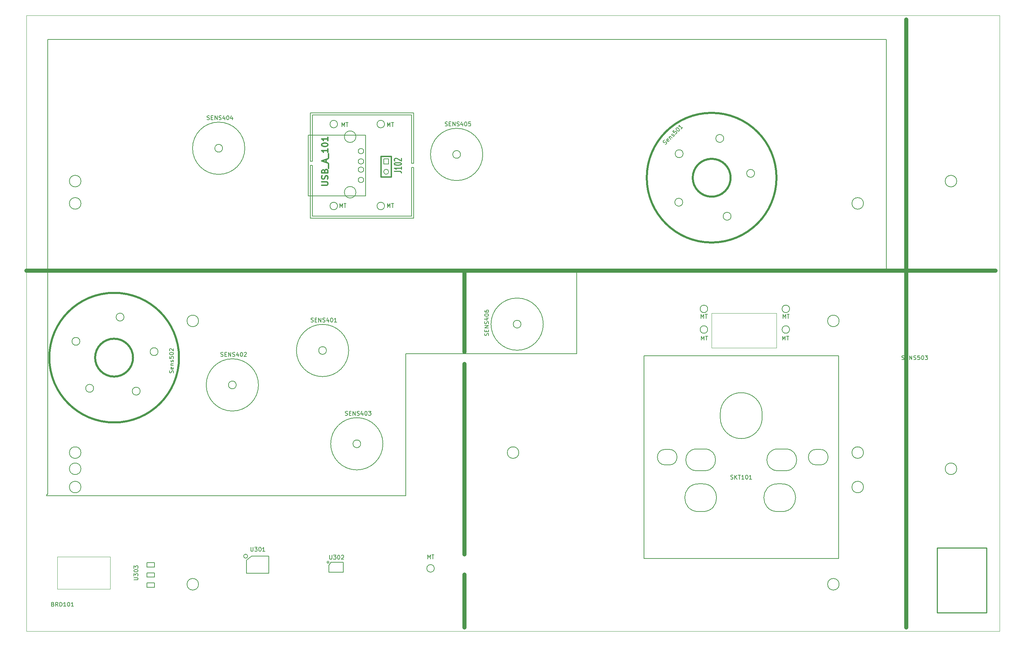
<source format=gto>
G04 (created by PCBNEW (2013-07-07 BZR 4022)-stable) date 26-03-2016 11:34:51*
%MOIN*%
G04 Gerber Fmt 3.4, Leading zero omitted, Abs format*
%FSLAX34Y34*%
G01*
G70*
G90*
G04 APERTURE LIST*
%ADD10C,0.00590551*%
%ADD11C,0.00984252*%
%ADD12C,0.0393701*%
%ADD13C,0.00787402*%
%ADD14C,0.00393701*%
%ADD15C,0.005*%
%ADD16C,0.012*%
%ADD17C,0.019685*%
%ADD18C,0.0107*%
G04 APERTURE END LIST*
G54D10*
G54D11*
X108110Y-78503D02*
X112913Y-78503D01*
X108110Y-84803D02*
X108110Y-78503D01*
X112913Y-84803D02*
X108110Y-84803D01*
X112913Y-78503D02*
X112913Y-84803D01*
G54D12*
X105118Y-51574D02*
X105118Y-27165D01*
X62204Y-84645D02*
X62204Y-86220D01*
X105118Y-51574D02*
X105118Y-86220D01*
X62204Y-51574D02*
X113779Y-51574D01*
X19685Y-51574D02*
X62204Y-51574D01*
X62204Y-59448D02*
X62204Y-51574D01*
X62204Y-79133D02*
X62204Y-60629D01*
G54D13*
X62204Y-79133D02*
X62204Y-60629D01*
G54D12*
X62204Y-84645D02*
X62204Y-81102D01*
G54D13*
X47440Y-36417D02*
X47440Y-40944D01*
X57086Y-36417D02*
X47440Y-36417D01*
X57086Y-41141D02*
X57086Y-36417D01*
X57283Y-41141D02*
X57086Y-41141D01*
X57283Y-36220D02*
X57283Y-41141D01*
X47244Y-36220D02*
X57283Y-36220D01*
X47244Y-40944D02*
X47244Y-36220D01*
X47440Y-40944D02*
X47244Y-40944D01*
X47440Y-46259D02*
X47440Y-41338D01*
X57086Y-46259D02*
X47440Y-46259D01*
X57086Y-41535D02*
X57086Y-46259D01*
X57283Y-41535D02*
X57086Y-41535D01*
X57283Y-46456D02*
X57283Y-41535D01*
X47244Y-46456D02*
X57283Y-46456D01*
X47244Y-41338D02*
X47244Y-46456D01*
X47440Y-41338D02*
X47244Y-41338D01*
G54D14*
X19685Y-26771D02*
X19763Y-26771D01*
X19685Y-86614D02*
X19685Y-26771D01*
X114173Y-86614D02*
X19685Y-86614D01*
X114173Y-26771D02*
X114173Y-86614D01*
X19685Y-26771D02*
X114173Y-26771D01*
X86220Y-55708D02*
X86417Y-55708D01*
X86220Y-59055D02*
X86220Y-55708D01*
X92519Y-59055D02*
X86220Y-59055D01*
X92519Y-55708D02*
X92519Y-59055D01*
X86417Y-55708D02*
X92519Y-55708D01*
X22677Y-79350D02*
X22687Y-79350D01*
X22677Y-82490D02*
X22677Y-79350D01*
X27411Y-82490D02*
X22677Y-82490D01*
X27805Y-82490D02*
X27411Y-82490D01*
X27805Y-79350D02*
X27805Y-82490D01*
X22696Y-79350D02*
X27805Y-79350D01*
G54D13*
X21653Y-73444D02*
X21633Y-73444D01*
X21653Y-73287D02*
X21653Y-73444D01*
X21761Y-73287D02*
X21653Y-73287D01*
X21761Y-29104D02*
X21761Y-73287D01*
X103198Y-29104D02*
X21761Y-29104D01*
X103198Y-51525D02*
X103198Y-29104D01*
X73110Y-51525D02*
X103198Y-51525D01*
X73110Y-59635D02*
X73110Y-51525D01*
X56505Y-59635D02*
X73110Y-59635D01*
X56505Y-73437D02*
X56505Y-59635D01*
X21665Y-73437D02*
X56505Y-73437D01*
G54D15*
X52620Y-44296D02*
X47070Y-44296D01*
X47070Y-38396D02*
X52620Y-38396D01*
X52620Y-44296D02*
X52620Y-38396D01*
X47070Y-44296D02*
X47070Y-38396D01*
G54D13*
X50979Y-59318D02*
G75*
G03X50979Y-59318I-2538J0D01*
G74*
G01*
X42219Y-62665D02*
G75*
G03X42219Y-62665I-2538J0D01*
G74*
G01*
X69873Y-56759D02*
G75*
G03X69873Y-56759I-2538J0D01*
G74*
G01*
X63999Y-40269D02*
G75*
G03X63999Y-40269I-2538J0D01*
G74*
G01*
X40892Y-39669D02*
G75*
G03X40892Y-39669I-2538J0D01*
G74*
G01*
X54306Y-68385D02*
G75*
G03X54306Y-68385I-2538J0D01*
G74*
G01*
G54D16*
X54117Y-40454D02*
X55117Y-40454D01*
X55117Y-40454D02*
X55117Y-42454D01*
X55117Y-42454D02*
X54117Y-42454D01*
X54117Y-42454D02*
X54117Y-40454D01*
G54D17*
X30038Y-60015D02*
G75*
G03X30038Y-60015I-1841J0D01*
G74*
G01*
X34503Y-60015D02*
G75*
G03X34503Y-60015I-6298J0D01*
G74*
G01*
X88067Y-42535D02*
G75*
G03X88067Y-42535I-1841J0D01*
G74*
G01*
X92519Y-42529D02*
G75*
G03X92519Y-42529I-6298J0D01*
G74*
G01*
G54D13*
X41165Y-79303D02*
G75*
G03X41165Y-79303I-196J0D01*
G74*
G01*
X41066Y-79696D02*
X41559Y-79303D01*
X41559Y-79303D02*
X43232Y-79303D01*
X43232Y-79303D02*
X43232Y-80976D01*
X43232Y-80976D02*
X41165Y-80976D01*
X41165Y-80976D02*
X41066Y-80976D01*
X41066Y-80976D02*
X41066Y-79696D01*
X49070Y-79893D02*
G75*
G03X49070Y-79893I-98J0D01*
G74*
G01*
X49070Y-80877D02*
X50448Y-80877D01*
X50448Y-80877D02*
X50448Y-79893D01*
X50448Y-79893D02*
X49267Y-79893D01*
X49267Y-79893D02*
X49070Y-80188D01*
X49070Y-80188D02*
X49070Y-80877D01*
G54D10*
X79645Y-79531D02*
X79645Y-59846D01*
X79645Y-59846D02*
X98543Y-59846D01*
X98543Y-59846D02*
X98543Y-79531D01*
X98543Y-79531D02*
X79645Y-79531D01*
X24982Y-70814D02*
G75*
G03X24982Y-70814I-561J0D01*
G74*
G01*
X24982Y-42858D02*
G75*
G03X24982Y-42858I-561J0D01*
G74*
G01*
X100966Y-69240D02*
G75*
G03X100966Y-69240I-561J0D01*
G74*
G01*
X110021Y-42862D02*
G75*
G03X110021Y-42862I-561J0D01*
G74*
G01*
X110021Y-70814D02*
G75*
G03X110021Y-70814I-561J0D01*
G74*
G01*
X98604Y-82035D02*
G75*
G03X98604Y-82035I-561J0D01*
G74*
G01*
X98604Y-56444D02*
G75*
G03X98604Y-56444I-561J0D01*
G74*
G01*
X100966Y-45027D02*
G75*
G03X100966Y-45027I-561J0D01*
G74*
G01*
X36399Y-56444D02*
G75*
G03X36399Y-56444I-561J0D01*
G74*
G01*
X36399Y-82035D02*
G75*
G03X36399Y-82035I-561J0D01*
G74*
G01*
X67501Y-69240D02*
G75*
G03X67501Y-69240I-561J0D01*
G74*
G01*
X24982Y-45027D02*
G75*
G03X24982Y-45027I-561J0D01*
G74*
G01*
X24982Y-69240D02*
G75*
G03X24982Y-69240I-561J0D01*
G74*
G01*
X24982Y-72586D02*
G75*
G03X24982Y-72586I-561J0D01*
G74*
G01*
X100966Y-72586D02*
G75*
G03X100966Y-72586I-561J0D01*
G74*
G01*
X52436Y-42746D02*
G75*
G03X52436Y-42746I-265J0D01*
G74*
G01*
X52436Y-41746D02*
G75*
G03X52436Y-41746I-265J0D01*
G74*
G01*
X52436Y-40946D02*
G75*
G03X52436Y-40946I-265J0D01*
G74*
G01*
X52436Y-39946D02*
G75*
G03X52436Y-39946I-265J0D01*
G74*
G01*
X51681Y-43946D02*
G75*
G03X51681Y-43946I-560J0D01*
G74*
G01*
X51681Y-38546D02*
G75*
G03X51681Y-38546I-560J0D01*
G74*
G01*
X31375Y-80923D02*
X31375Y-81336D01*
X32104Y-81336D01*
X32104Y-80923D01*
X31375Y-80923D01*
X31375Y-81907D02*
X31375Y-82320D01*
X32104Y-82320D01*
X32104Y-81907D01*
X31375Y-81907D01*
X31375Y-79938D02*
X31375Y-80352D01*
X32104Y-80352D01*
X32104Y-79938D01*
X31375Y-79938D01*
X48816Y-59318D02*
G75*
G03X48816Y-59318I-375J0D01*
G74*
G01*
X40057Y-62665D02*
G75*
G03X40057Y-62665I-375J0D01*
G74*
G01*
X67710Y-56759D02*
G75*
G03X67710Y-56759I-375J0D01*
G74*
G01*
X61836Y-40269D02*
G75*
G03X61836Y-40269I-375J0D01*
G74*
G01*
X38730Y-39669D02*
G75*
G03X38730Y-39669I-375J0D01*
G74*
G01*
X52143Y-68385D02*
G75*
G03X52143Y-68385I-375J0D01*
G74*
G01*
X54371Y-40708D02*
X54371Y-41199D01*
X54862Y-41199D01*
X54862Y-40708D01*
X54371Y-40708D01*
X54862Y-41954D02*
G75*
G03X54862Y-41954I-245J0D01*
G74*
G01*
X32466Y-59433D02*
G75*
G03X32466Y-59433I-383J0D01*
G74*
G01*
X30728Y-63269D02*
G75*
G03X30728Y-63269I-383J0D01*
G74*
G01*
X26208Y-62990D02*
G75*
G03X26208Y-62990I-383J0D01*
G74*
G01*
X24875Y-58429D02*
G75*
G03X24875Y-58429I-383J0D01*
G74*
G01*
X29159Y-56074D02*
G75*
G03X29159Y-56074I-383J0D01*
G74*
G01*
X83450Y-40199D02*
G75*
G03X83450Y-40199I-383J0D01*
G74*
G01*
X87392Y-38715D02*
G75*
G03X87392Y-38715I-383J0D01*
G74*
G01*
X90390Y-42109D02*
G75*
G03X90390Y-42109I-383J0D01*
G74*
G01*
X88107Y-46276D02*
G75*
G03X88107Y-46276I-383J0D01*
G74*
G01*
X83413Y-44912D02*
G75*
G03X83413Y-44912I-383J0D01*
G74*
G01*
X96377Y-70442D02*
X96771Y-70442D01*
X96377Y-68927D02*
X96771Y-68927D01*
X96771Y-70442D02*
G75*
G03X96771Y-68927I0J757D01*
G74*
G01*
X96377Y-68927D02*
G75*
G03X96377Y-70442I0J-757D01*
G74*
G01*
X87057Y-65452D02*
X87057Y-65846D01*
X91131Y-65452D02*
X91131Y-65846D01*
X87057Y-65846D02*
G75*
G03X91131Y-65846I2037J0D01*
G74*
G01*
X91131Y-65452D02*
G75*
G03X87057Y-65452I-2037J0D01*
G74*
G01*
X92637Y-70998D02*
X93425Y-70998D01*
X92637Y-68891D02*
X93425Y-68891D01*
X93425Y-70998D02*
G75*
G03X93425Y-68891I0J1053D01*
G74*
G01*
X92637Y-68891D02*
G75*
G03X92637Y-70998I0J-1053D01*
G74*
G01*
X84763Y-70998D02*
X85551Y-70998D01*
X84763Y-68891D02*
X85551Y-68891D01*
X85551Y-70998D02*
G75*
G03X85551Y-68891I0J1053D01*
G74*
G01*
X84763Y-68891D02*
G75*
G03X84763Y-70998I0J-1053D01*
G74*
G01*
X84960Y-74974D02*
X85354Y-74974D01*
X84960Y-72277D02*
X85354Y-72277D01*
X85354Y-74974D02*
G75*
G03X85354Y-72277I0J1348D01*
G74*
G01*
X84960Y-72277D02*
G75*
G03X84960Y-74974I0J-1348D01*
G74*
G01*
X92637Y-74974D02*
X93031Y-74974D01*
X92637Y-72277D02*
X93031Y-72277D01*
X93031Y-74974D02*
G75*
G03X93031Y-72277I0J1348D01*
G74*
G01*
X92637Y-72277D02*
G75*
G03X92637Y-74974I0J-1348D01*
G74*
G01*
X81712Y-70442D02*
X82106Y-70442D01*
X81712Y-68927D02*
X82106Y-68927D01*
X82106Y-70442D02*
G75*
G03X82106Y-68927I0J757D01*
G74*
G01*
X81712Y-68927D02*
G75*
G03X81712Y-70442I0J-757D01*
G74*
G01*
X59291Y-80492D02*
G75*
G03X59291Y-80492I-364J0D01*
G74*
G01*
X49891Y-37322D02*
G75*
G03X49891Y-37322I-364J0D01*
G74*
G01*
X49891Y-45275D02*
G75*
G03X49891Y-45275I-364J0D01*
G74*
G01*
X54458Y-37322D02*
G75*
G03X54458Y-37322I-364J0D01*
G74*
G01*
X54458Y-45275D02*
G75*
G03X54458Y-45275I-364J0D01*
G74*
G01*
X85836Y-57283D02*
G75*
G03X85836Y-57283I-364J0D01*
G74*
G01*
X93789Y-57283D02*
G75*
G03X93789Y-57283I-364J0D01*
G74*
G01*
X93789Y-55275D02*
G75*
G03X93789Y-55275I-364J0D01*
G74*
G01*
X85836Y-55275D02*
G75*
G03X85836Y-55275I-364J0D01*
G74*
G01*
X22260Y-83968D02*
X22317Y-83987D01*
X22335Y-84006D01*
X22354Y-84043D01*
X22354Y-84100D01*
X22335Y-84137D01*
X22317Y-84156D01*
X22279Y-84175D01*
X22129Y-84175D01*
X22129Y-83781D01*
X22260Y-83781D01*
X22298Y-83800D01*
X22317Y-83818D01*
X22335Y-83856D01*
X22335Y-83893D01*
X22317Y-83931D01*
X22298Y-83950D01*
X22260Y-83968D01*
X22129Y-83968D01*
X22748Y-84175D02*
X22617Y-83987D01*
X22523Y-84175D02*
X22523Y-83781D01*
X22673Y-83781D01*
X22710Y-83800D01*
X22729Y-83818D01*
X22748Y-83856D01*
X22748Y-83912D01*
X22729Y-83950D01*
X22710Y-83968D01*
X22673Y-83987D01*
X22523Y-83987D01*
X22917Y-84175D02*
X22917Y-83781D01*
X23010Y-83781D01*
X23067Y-83800D01*
X23104Y-83837D01*
X23123Y-83875D01*
X23142Y-83950D01*
X23142Y-84006D01*
X23123Y-84081D01*
X23104Y-84118D01*
X23067Y-84156D01*
X23010Y-84175D01*
X22917Y-84175D01*
X23517Y-84175D02*
X23292Y-84175D01*
X23404Y-84175D02*
X23404Y-83781D01*
X23367Y-83837D01*
X23329Y-83875D01*
X23292Y-83893D01*
X23760Y-83781D02*
X23798Y-83781D01*
X23835Y-83800D01*
X23854Y-83818D01*
X23873Y-83856D01*
X23892Y-83931D01*
X23892Y-84025D01*
X23873Y-84100D01*
X23854Y-84137D01*
X23835Y-84156D01*
X23798Y-84175D01*
X23760Y-84175D01*
X23723Y-84156D01*
X23704Y-84137D01*
X23685Y-84100D01*
X23667Y-84025D01*
X23667Y-83931D01*
X23685Y-83856D01*
X23704Y-83818D01*
X23723Y-83800D01*
X23760Y-83781D01*
X24266Y-84175D02*
X24041Y-84175D01*
X24154Y-84175D02*
X24154Y-83781D01*
X24116Y-83837D01*
X24079Y-83875D01*
X24041Y-83893D01*
G54D16*
X48363Y-43273D02*
X48849Y-43273D01*
X48906Y-43244D01*
X48934Y-43216D01*
X48963Y-43159D01*
X48963Y-43044D01*
X48934Y-42987D01*
X48906Y-42959D01*
X48849Y-42930D01*
X48363Y-42930D01*
X48934Y-42673D02*
X48963Y-42587D01*
X48963Y-42444D01*
X48934Y-42387D01*
X48906Y-42359D01*
X48849Y-42330D01*
X48791Y-42330D01*
X48734Y-42359D01*
X48706Y-42387D01*
X48677Y-42444D01*
X48649Y-42559D01*
X48620Y-42616D01*
X48591Y-42644D01*
X48534Y-42673D01*
X48477Y-42673D01*
X48420Y-42644D01*
X48391Y-42616D01*
X48363Y-42559D01*
X48363Y-42416D01*
X48391Y-42330D01*
X48649Y-41873D02*
X48677Y-41787D01*
X48706Y-41759D01*
X48763Y-41730D01*
X48849Y-41730D01*
X48906Y-41759D01*
X48934Y-41787D01*
X48963Y-41844D01*
X48963Y-42073D01*
X48363Y-42073D01*
X48363Y-41873D01*
X48391Y-41816D01*
X48420Y-41787D01*
X48477Y-41759D01*
X48534Y-41759D01*
X48591Y-41787D01*
X48620Y-41816D01*
X48649Y-41873D01*
X48649Y-42073D01*
X49020Y-41616D02*
X49020Y-41159D01*
X48791Y-41044D02*
X48791Y-40759D01*
X48963Y-41102D02*
X48363Y-40902D01*
X48963Y-40702D01*
X49020Y-40644D02*
X49020Y-40187D01*
X48963Y-39730D02*
X48963Y-40073D01*
X48963Y-39902D02*
X48363Y-39902D01*
X48449Y-39959D01*
X48506Y-40016D01*
X48534Y-40073D01*
X48363Y-39359D02*
X48363Y-39302D01*
X48391Y-39244D01*
X48420Y-39216D01*
X48477Y-39187D01*
X48591Y-39159D01*
X48734Y-39159D01*
X48849Y-39187D01*
X48906Y-39216D01*
X48934Y-39244D01*
X48963Y-39302D01*
X48963Y-39359D01*
X48934Y-39416D01*
X48906Y-39444D01*
X48849Y-39473D01*
X48734Y-39502D01*
X48591Y-39502D01*
X48477Y-39473D01*
X48420Y-39444D01*
X48391Y-39416D01*
X48363Y-39359D01*
X48963Y-38587D02*
X48963Y-38930D01*
X48963Y-38759D02*
X48363Y-38759D01*
X48449Y-38816D01*
X48506Y-38873D01*
X48534Y-38930D01*
G54D10*
X30127Y-81607D02*
X30446Y-81607D01*
X30484Y-81589D01*
X30502Y-81570D01*
X30521Y-81532D01*
X30521Y-81458D01*
X30502Y-81420D01*
X30484Y-81401D01*
X30446Y-81383D01*
X30127Y-81383D01*
X30127Y-81233D02*
X30127Y-80989D01*
X30277Y-81120D01*
X30277Y-81064D01*
X30296Y-81026D01*
X30315Y-81008D01*
X30352Y-80989D01*
X30446Y-80989D01*
X30484Y-81008D01*
X30502Y-81026D01*
X30521Y-81064D01*
X30521Y-81176D01*
X30502Y-81214D01*
X30484Y-81233D01*
X30127Y-80745D02*
X30127Y-80708D01*
X30146Y-80670D01*
X30165Y-80651D01*
X30202Y-80633D01*
X30277Y-80614D01*
X30371Y-80614D01*
X30446Y-80633D01*
X30484Y-80651D01*
X30502Y-80670D01*
X30521Y-80708D01*
X30521Y-80745D01*
X30502Y-80783D01*
X30484Y-80801D01*
X30446Y-80820D01*
X30371Y-80839D01*
X30277Y-80839D01*
X30202Y-80820D01*
X30165Y-80801D01*
X30146Y-80783D01*
X30127Y-80745D01*
X30127Y-80483D02*
X30127Y-80239D01*
X30277Y-80370D01*
X30277Y-80314D01*
X30296Y-80276D01*
X30315Y-80258D01*
X30352Y-80239D01*
X30446Y-80239D01*
X30484Y-80258D01*
X30502Y-80276D01*
X30521Y-80314D01*
X30521Y-80426D01*
X30502Y-80464D01*
X30484Y-80483D01*
X47320Y-56530D02*
X47376Y-56549D01*
X47470Y-56549D01*
X47507Y-56530D01*
X47526Y-56511D01*
X47545Y-56474D01*
X47545Y-56436D01*
X47526Y-56399D01*
X47507Y-56380D01*
X47470Y-56361D01*
X47395Y-56342D01*
X47357Y-56324D01*
X47338Y-56305D01*
X47320Y-56267D01*
X47320Y-56230D01*
X47338Y-56192D01*
X47357Y-56174D01*
X47395Y-56155D01*
X47488Y-56155D01*
X47545Y-56174D01*
X47713Y-56342D02*
X47845Y-56342D01*
X47901Y-56549D02*
X47713Y-56549D01*
X47713Y-56155D01*
X47901Y-56155D01*
X48070Y-56549D02*
X48070Y-56155D01*
X48295Y-56549D01*
X48295Y-56155D01*
X48463Y-56530D02*
X48520Y-56549D01*
X48613Y-56549D01*
X48651Y-56530D01*
X48670Y-56511D01*
X48688Y-56474D01*
X48688Y-56436D01*
X48670Y-56399D01*
X48651Y-56380D01*
X48613Y-56361D01*
X48538Y-56342D01*
X48501Y-56324D01*
X48482Y-56305D01*
X48463Y-56267D01*
X48463Y-56230D01*
X48482Y-56192D01*
X48501Y-56174D01*
X48538Y-56155D01*
X48632Y-56155D01*
X48688Y-56174D01*
X49026Y-56286D02*
X49026Y-56549D01*
X48932Y-56136D02*
X48838Y-56417D01*
X49082Y-56417D01*
X49307Y-56155D02*
X49344Y-56155D01*
X49382Y-56174D01*
X49401Y-56192D01*
X49419Y-56230D01*
X49438Y-56305D01*
X49438Y-56399D01*
X49419Y-56474D01*
X49401Y-56511D01*
X49382Y-56530D01*
X49344Y-56549D01*
X49307Y-56549D01*
X49269Y-56530D01*
X49251Y-56511D01*
X49232Y-56474D01*
X49213Y-56399D01*
X49213Y-56305D01*
X49232Y-56230D01*
X49251Y-56192D01*
X49269Y-56174D01*
X49307Y-56155D01*
X49813Y-56549D02*
X49588Y-56549D01*
X49701Y-56549D02*
X49701Y-56155D01*
X49663Y-56211D01*
X49626Y-56249D01*
X49588Y-56267D01*
X38560Y-59876D02*
X38616Y-59895D01*
X38710Y-59895D01*
X38747Y-59876D01*
X38766Y-59858D01*
X38785Y-59820D01*
X38785Y-59783D01*
X38766Y-59745D01*
X38747Y-59726D01*
X38710Y-59708D01*
X38635Y-59689D01*
X38597Y-59670D01*
X38579Y-59651D01*
X38560Y-59614D01*
X38560Y-59576D01*
X38579Y-59539D01*
X38597Y-59520D01*
X38635Y-59501D01*
X38729Y-59501D01*
X38785Y-59520D01*
X38954Y-59689D02*
X39085Y-59689D01*
X39141Y-59895D02*
X38954Y-59895D01*
X38954Y-59501D01*
X39141Y-59501D01*
X39310Y-59895D02*
X39310Y-59501D01*
X39535Y-59895D01*
X39535Y-59501D01*
X39703Y-59876D02*
X39760Y-59895D01*
X39853Y-59895D01*
X39891Y-59876D01*
X39910Y-59858D01*
X39928Y-59820D01*
X39928Y-59783D01*
X39910Y-59745D01*
X39891Y-59726D01*
X39853Y-59708D01*
X39778Y-59689D01*
X39741Y-59670D01*
X39722Y-59651D01*
X39703Y-59614D01*
X39703Y-59576D01*
X39722Y-59539D01*
X39741Y-59520D01*
X39778Y-59501D01*
X39872Y-59501D01*
X39928Y-59520D01*
X40266Y-59633D02*
X40266Y-59895D01*
X40172Y-59483D02*
X40078Y-59764D01*
X40322Y-59764D01*
X40547Y-59501D02*
X40585Y-59501D01*
X40622Y-59520D01*
X40641Y-59539D01*
X40660Y-59576D01*
X40678Y-59651D01*
X40678Y-59745D01*
X40660Y-59820D01*
X40641Y-59858D01*
X40622Y-59876D01*
X40585Y-59895D01*
X40547Y-59895D01*
X40510Y-59876D01*
X40491Y-59858D01*
X40472Y-59820D01*
X40453Y-59745D01*
X40453Y-59651D01*
X40472Y-59576D01*
X40491Y-59539D01*
X40510Y-59520D01*
X40547Y-59501D01*
X40828Y-59539D02*
X40847Y-59520D01*
X40885Y-59501D01*
X40978Y-59501D01*
X41016Y-59520D01*
X41035Y-59539D01*
X41053Y-59576D01*
X41053Y-59614D01*
X41035Y-59670D01*
X40810Y-59895D01*
X41053Y-59895D01*
X64546Y-57880D02*
X64564Y-57824D01*
X64564Y-57730D01*
X64546Y-57693D01*
X64527Y-57674D01*
X64489Y-57655D01*
X64452Y-57655D01*
X64414Y-57674D01*
X64396Y-57693D01*
X64377Y-57730D01*
X64358Y-57805D01*
X64339Y-57843D01*
X64321Y-57861D01*
X64283Y-57880D01*
X64246Y-57880D01*
X64208Y-57861D01*
X64189Y-57843D01*
X64171Y-57805D01*
X64171Y-57711D01*
X64189Y-57655D01*
X64358Y-57486D02*
X64358Y-57355D01*
X64564Y-57299D02*
X64564Y-57486D01*
X64171Y-57486D01*
X64171Y-57299D01*
X64564Y-57130D02*
X64171Y-57130D01*
X64564Y-56905D01*
X64171Y-56905D01*
X64546Y-56736D02*
X64564Y-56680D01*
X64564Y-56586D01*
X64546Y-56549D01*
X64527Y-56530D01*
X64489Y-56511D01*
X64452Y-56511D01*
X64414Y-56530D01*
X64396Y-56549D01*
X64377Y-56586D01*
X64358Y-56661D01*
X64339Y-56699D01*
X64321Y-56718D01*
X64283Y-56736D01*
X64246Y-56736D01*
X64208Y-56718D01*
X64189Y-56699D01*
X64171Y-56661D01*
X64171Y-56568D01*
X64189Y-56511D01*
X64302Y-56174D02*
X64564Y-56174D01*
X64152Y-56268D02*
X64433Y-56362D01*
X64433Y-56118D01*
X64171Y-55893D02*
X64171Y-55855D01*
X64189Y-55818D01*
X64208Y-55799D01*
X64246Y-55780D01*
X64321Y-55762D01*
X64414Y-55762D01*
X64489Y-55780D01*
X64527Y-55799D01*
X64546Y-55818D01*
X64564Y-55855D01*
X64564Y-55893D01*
X64546Y-55930D01*
X64527Y-55949D01*
X64489Y-55968D01*
X64414Y-55987D01*
X64321Y-55987D01*
X64246Y-55968D01*
X64208Y-55949D01*
X64189Y-55930D01*
X64171Y-55893D01*
X64171Y-55424D02*
X64171Y-55499D01*
X64189Y-55537D01*
X64208Y-55555D01*
X64264Y-55593D01*
X64339Y-55612D01*
X64489Y-55612D01*
X64527Y-55593D01*
X64546Y-55574D01*
X64564Y-55537D01*
X64564Y-55462D01*
X64546Y-55424D01*
X64527Y-55405D01*
X64489Y-55387D01*
X64396Y-55387D01*
X64358Y-55405D01*
X64339Y-55424D01*
X64321Y-55462D01*
X64321Y-55537D01*
X64339Y-55574D01*
X64358Y-55593D01*
X64396Y-55612D01*
X60339Y-37481D02*
X60396Y-37499D01*
X60489Y-37499D01*
X60527Y-37481D01*
X60546Y-37462D01*
X60564Y-37424D01*
X60564Y-37387D01*
X60546Y-37349D01*
X60527Y-37331D01*
X60489Y-37312D01*
X60414Y-37293D01*
X60377Y-37274D01*
X60358Y-37256D01*
X60339Y-37218D01*
X60339Y-37181D01*
X60358Y-37143D01*
X60377Y-37124D01*
X60414Y-37106D01*
X60508Y-37106D01*
X60564Y-37124D01*
X60733Y-37293D02*
X60864Y-37293D01*
X60921Y-37499D02*
X60733Y-37499D01*
X60733Y-37106D01*
X60921Y-37106D01*
X61089Y-37499D02*
X61089Y-37106D01*
X61314Y-37499D01*
X61314Y-37106D01*
X61483Y-37481D02*
X61539Y-37499D01*
X61633Y-37499D01*
X61670Y-37481D01*
X61689Y-37462D01*
X61708Y-37424D01*
X61708Y-37387D01*
X61689Y-37349D01*
X61670Y-37331D01*
X61633Y-37312D01*
X61558Y-37293D01*
X61520Y-37274D01*
X61502Y-37256D01*
X61483Y-37218D01*
X61483Y-37181D01*
X61502Y-37143D01*
X61520Y-37124D01*
X61558Y-37106D01*
X61652Y-37106D01*
X61708Y-37124D01*
X62045Y-37237D02*
X62045Y-37499D01*
X61952Y-37087D02*
X61858Y-37368D01*
X62102Y-37368D01*
X62327Y-37106D02*
X62364Y-37106D01*
X62402Y-37124D01*
X62420Y-37143D01*
X62439Y-37181D01*
X62458Y-37256D01*
X62458Y-37349D01*
X62439Y-37424D01*
X62420Y-37462D01*
X62402Y-37481D01*
X62364Y-37499D01*
X62327Y-37499D01*
X62289Y-37481D01*
X62270Y-37462D01*
X62252Y-37424D01*
X62233Y-37349D01*
X62233Y-37256D01*
X62252Y-37181D01*
X62270Y-37143D01*
X62289Y-37124D01*
X62327Y-37106D01*
X62814Y-37106D02*
X62627Y-37106D01*
X62608Y-37293D01*
X62627Y-37274D01*
X62664Y-37256D01*
X62758Y-37256D01*
X62795Y-37274D01*
X62814Y-37293D01*
X62833Y-37331D01*
X62833Y-37424D01*
X62814Y-37462D01*
X62795Y-37481D01*
X62758Y-37499D01*
X62664Y-37499D01*
X62627Y-37481D01*
X62608Y-37462D01*
X37233Y-36880D02*
X37289Y-36899D01*
X37383Y-36899D01*
X37421Y-36880D01*
X37439Y-36862D01*
X37458Y-36824D01*
X37458Y-36787D01*
X37439Y-36749D01*
X37421Y-36730D01*
X37383Y-36712D01*
X37308Y-36693D01*
X37271Y-36674D01*
X37252Y-36655D01*
X37233Y-36618D01*
X37233Y-36580D01*
X37252Y-36543D01*
X37271Y-36524D01*
X37308Y-36505D01*
X37402Y-36505D01*
X37458Y-36524D01*
X37627Y-36693D02*
X37758Y-36693D01*
X37814Y-36899D02*
X37627Y-36899D01*
X37627Y-36505D01*
X37814Y-36505D01*
X37983Y-36899D02*
X37983Y-36505D01*
X38208Y-36899D01*
X38208Y-36505D01*
X38377Y-36880D02*
X38433Y-36899D01*
X38527Y-36899D01*
X38564Y-36880D01*
X38583Y-36862D01*
X38602Y-36824D01*
X38602Y-36787D01*
X38583Y-36749D01*
X38564Y-36730D01*
X38527Y-36712D01*
X38452Y-36693D01*
X38414Y-36674D01*
X38395Y-36655D01*
X38377Y-36618D01*
X38377Y-36580D01*
X38395Y-36543D01*
X38414Y-36524D01*
X38452Y-36505D01*
X38545Y-36505D01*
X38602Y-36524D01*
X38939Y-36637D02*
X38939Y-36899D01*
X38845Y-36487D02*
X38752Y-36768D01*
X38995Y-36768D01*
X39220Y-36505D02*
X39258Y-36505D01*
X39295Y-36524D01*
X39314Y-36543D01*
X39333Y-36580D01*
X39352Y-36655D01*
X39352Y-36749D01*
X39333Y-36824D01*
X39314Y-36862D01*
X39295Y-36880D01*
X39258Y-36899D01*
X39220Y-36899D01*
X39183Y-36880D01*
X39164Y-36862D01*
X39145Y-36824D01*
X39127Y-36749D01*
X39127Y-36655D01*
X39145Y-36580D01*
X39164Y-36543D01*
X39183Y-36524D01*
X39220Y-36505D01*
X39689Y-36637D02*
X39689Y-36899D01*
X39595Y-36487D02*
X39502Y-36768D01*
X39745Y-36768D01*
X50646Y-65597D02*
X50703Y-65616D01*
X50796Y-65616D01*
X50834Y-65597D01*
X50853Y-65578D01*
X50871Y-65541D01*
X50871Y-65503D01*
X50853Y-65466D01*
X50834Y-65447D01*
X50796Y-65428D01*
X50721Y-65409D01*
X50684Y-65391D01*
X50665Y-65372D01*
X50646Y-65334D01*
X50646Y-65297D01*
X50665Y-65259D01*
X50684Y-65241D01*
X50721Y-65222D01*
X50815Y-65222D01*
X50871Y-65241D01*
X51040Y-65409D02*
X51171Y-65409D01*
X51228Y-65616D02*
X51040Y-65616D01*
X51040Y-65222D01*
X51228Y-65222D01*
X51396Y-65616D02*
X51396Y-65222D01*
X51621Y-65616D01*
X51621Y-65222D01*
X51790Y-65597D02*
X51846Y-65616D01*
X51940Y-65616D01*
X51978Y-65597D01*
X51996Y-65578D01*
X52015Y-65541D01*
X52015Y-65503D01*
X51996Y-65466D01*
X51978Y-65447D01*
X51940Y-65428D01*
X51865Y-65409D01*
X51828Y-65391D01*
X51809Y-65372D01*
X51790Y-65334D01*
X51790Y-65297D01*
X51809Y-65259D01*
X51828Y-65241D01*
X51865Y-65222D01*
X51959Y-65222D01*
X52015Y-65241D01*
X52353Y-65353D02*
X52353Y-65616D01*
X52259Y-65203D02*
X52165Y-65484D01*
X52409Y-65484D01*
X52634Y-65222D02*
X52671Y-65222D01*
X52709Y-65241D01*
X52727Y-65259D01*
X52746Y-65297D01*
X52765Y-65372D01*
X52765Y-65466D01*
X52746Y-65541D01*
X52727Y-65578D01*
X52709Y-65597D01*
X52671Y-65616D01*
X52634Y-65616D01*
X52596Y-65597D01*
X52577Y-65578D01*
X52559Y-65541D01*
X52540Y-65466D01*
X52540Y-65372D01*
X52559Y-65297D01*
X52577Y-65259D01*
X52596Y-65241D01*
X52634Y-65222D01*
X52896Y-65222D02*
X53140Y-65222D01*
X53009Y-65372D01*
X53065Y-65372D01*
X53102Y-65391D01*
X53121Y-65409D01*
X53140Y-65447D01*
X53140Y-65541D01*
X53121Y-65578D01*
X53102Y-65597D01*
X53065Y-65616D01*
X52952Y-65616D01*
X52915Y-65597D01*
X52896Y-65578D01*
G54D18*
X55401Y-41888D02*
X55888Y-41888D01*
X55985Y-41909D01*
X56050Y-41950D01*
X56082Y-42011D01*
X56082Y-42051D01*
X56082Y-41460D02*
X56082Y-41705D01*
X56082Y-41583D02*
X55401Y-41583D01*
X55499Y-41623D01*
X55563Y-41664D01*
X55596Y-41705D01*
X55401Y-41195D02*
X55401Y-41155D01*
X55434Y-41114D01*
X55466Y-41094D01*
X55531Y-41073D01*
X55661Y-41053D01*
X55823Y-41053D01*
X55953Y-41073D01*
X56017Y-41094D01*
X56050Y-41114D01*
X56082Y-41155D01*
X56082Y-41195D01*
X56050Y-41236D01*
X56017Y-41257D01*
X55953Y-41277D01*
X55823Y-41297D01*
X55661Y-41297D01*
X55531Y-41277D01*
X55466Y-41257D01*
X55434Y-41236D01*
X55401Y-41195D01*
X55466Y-40890D02*
X55434Y-40869D01*
X55401Y-40829D01*
X55401Y-40727D01*
X55434Y-40686D01*
X55466Y-40666D01*
X55531Y-40645D01*
X55596Y-40645D01*
X55693Y-40666D01*
X56082Y-40910D01*
X56082Y-40645D01*
G54D16*
G54D10*
X33951Y-61496D02*
X33970Y-61439D01*
X33970Y-61346D01*
X33951Y-61308D01*
X33932Y-61289D01*
X33895Y-61271D01*
X33857Y-61271D01*
X33820Y-61289D01*
X33801Y-61308D01*
X33782Y-61346D01*
X33764Y-61421D01*
X33745Y-61458D01*
X33726Y-61477D01*
X33689Y-61496D01*
X33651Y-61496D01*
X33614Y-61477D01*
X33595Y-61458D01*
X33576Y-61421D01*
X33576Y-61327D01*
X33595Y-61271D01*
X33951Y-60952D02*
X33970Y-60989D01*
X33970Y-61064D01*
X33951Y-61102D01*
X33914Y-61121D01*
X33764Y-61121D01*
X33726Y-61102D01*
X33707Y-61064D01*
X33707Y-60989D01*
X33726Y-60952D01*
X33764Y-60933D01*
X33801Y-60933D01*
X33839Y-61121D01*
X33707Y-60764D02*
X33970Y-60764D01*
X33745Y-60764D02*
X33726Y-60746D01*
X33707Y-60708D01*
X33707Y-60652D01*
X33726Y-60614D01*
X33764Y-60596D01*
X33970Y-60596D01*
X33951Y-60427D02*
X33970Y-60389D01*
X33970Y-60314D01*
X33951Y-60277D01*
X33914Y-60258D01*
X33895Y-60258D01*
X33857Y-60277D01*
X33839Y-60314D01*
X33839Y-60371D01*
X33820Y-60408D01*
X33782Y-60427D01*
X33764Y-60427D01*
X33726Y-60408D01*
X33707Y-60371D01*
X33707Y-60314D01*
X33726Y-60277D01*
X33576Y-59902D02*
X33576Y-60089D01*
X33764Y-60108D01*
X33745Y-60089D01*
X33726Y-60052D01*
X33726Y-59958D01*
X33745Y-59921D01*
X33764Y-59902D01*
X33801Y-59883D01*
X33895Y-59883D01*
X33932Y-59902D01*
X33951Y-59921D01*
X33970Y-59958D01*
X33970Y-60052D01*
X33951Y-60089D01*
X33932Y-60108D01*
X33576Y-59640D02*
X33576Y-59602D01*
X33595Y-59565D01*
X33614Y-59546D01*
X33651Y-59527D01*
X33726Y-59508D01*
X33820Y-59508D01*
X33895Y-59527D01*
X33932Y-59546D01*
X33951Y-59565D01*
X33970Y-59602D01*
X33970Y-59640D01*
X33951Y-59677D01*
X33932Y-59696D01*
X33895Y-59715D01*
X33820Y-59733D01*
X33726Y-59733D01*
X33651Y-59715D01*
X33614Y-59696D01*
X33595Y-59677D01*
X33576Y-59640D01*
X33614Y-59358D02*
X33595Y-59340D01*
X33576Y-59302D01*
X33576Y-59208D01*
X33595Y-59171D01*
X33614Y-59152D01*
X33651Y-59133D01*
X33689Y-59133D01*
X33745Y-59152D01*
X33970Y-59377D01*
X33970Y-59133D01*
X81732Y-39288D02*
X81785Y-39261D01*
X81851Y-39195D01*
X81864Y-39155D01*
X81864Y-39129D01*
X81851Y-39089D01*
X81824Y-39062D01*
X81785Y-39049D01*
X81758Y-39049D01*
X81718Y-39062D01*
X81652Y-39102D01*
X81612Y-39115D01*
X81586Y-39115D01*
X81546Y-39102D01*
X81519Y-39076D01*
X81506Y-39036D01*
X81506Y-39009D01*
X81519Y-38970D01*
X81586Y-38903D01*
X81639Y-38877D01*
X82116Y-38903D02*
X82103Y-38943D01*
X82050Y-38996D01*
X82010Y-39009D01*
X81970Y-38996D01*
X81864Y-38890D01*
X81851Y-38850D01*
X81864Y-38811D01*
X81917Y-38758D01*
X81957Y-38744D01*
X81997Y-38758D01*
X82023Y-38784D01*
X81917Y-38943D01*
X82076Y-38598D02*
X82262Y-38784D01*
X82103Y-38625D02*
X82103Y-38598D01*
X82116Y-38559D01*
X82156Y-38519D01*
X82196Y-38506D01*
X82235Y-38519D01*
X82381Y-38665D01*
X82487Y-38532D02*
X82527Y-38519D01*
X82580Y-38466D01*
X82593Y-38426D01*
X82580Y-38386D01*
X82567Y-38373D01*
X82527Y-38360D01*
X82487Y-38373D01*
X82447Y-38413D01*
X82408Y-38426D01*
X82368Y-38413D01*
X82355Y-38400D01*
X82341Y-38360D01*
X82355Y-38320D01*
X82394Y-38280D01*
X82434Y-38267D01*
X82593Y-37896D02*
X82461Y-38028D01*
X82580Y-38174D01*
X82580Y-38148D01*
X82593Y-38108D01*
X82660Y-38042D01*
X82699Y-38028D01*
X82726Y-38028D01*
X82766Y-38042D01*
X82832Y-38108D01*
X82845Y-38148D01*
X82845Y-38174D01*
X82832Y-38214D01*
X82766Y-38280D01*
X82726Y-38294D01*
X82699Y-38294D01*
X82779Y-37710D02*
X82805Y-37684D01*
X82845Y-37670D01*
X82872Y-37670D01*
X82911Y-37684D01*
X82978Y-37724D01*
X83044Y-37790D01*
X83084Y-37856D01*
X83097Y-37896D01*
X83097Y-37922D01*
X83084Y-37962D01*
X83057Y-37989D01*
X83017Y-38002D01*
X82991Y-38002D01*
X82951Y-37989D01*
X82885Y-37949D01*
X82819Y-37883D01*
X82779Y-37816D01*
X82766Y-37777D01*
X82766Y-37750D01*
X82779Y-37710D01*
X83415Y-37631D02*
X83256Y-37790D01*
X83336Y-37710D02*
X83057Y-37432D01*
X83070Y-37498D01*
X83070Y-37551D01*
X83057Y-37591D01*
X104694Y-60191D02*
X104750Y-60210D01*
X104844Y-60210D01*
X104881Y-60191D01*
X104900Y-60173D01*
X104919Y-60135D01*
X104919Y-60098D01*
X104900Y-60060D01*
X104881Y-60041D01*
X104844Y-60023D01*
X104769Y-60004D01*
X104731Y-59985D01*
X104712Y-59966D01*
X104694Y-59929D01*
X104694Y-59891D01*
X104712Y-59854D01*
X104731Y-59835D01*
X104769Y-59816D01*
X104862Y-59816D01*
X104919Y-59835D01*
X105087Y-60004D02*
X105219Y-60004D01*
X105275Y-60210D02*
X105087Y-60210D01*
X105087Y-59816D01*
X105275Y-59816D01*
X105444Y-60210D02*
X105444Y-59816D01*
X105669Y-60210D01*
X105669Y-59816D01*
X105837Y-60191D02*
X105894Y-60210D01*
X105987Y-60210D01*
X106025Y-60191D01*
X106044Y-60173D01*
X106062Y-60135D01*
X106062Y-60098D01*
X106044Y-60060D01*
X106025Y-60041D01*
X105987Y-60023D01*
X105912Y-60004D01*
X105875Y-59985D01*
X105856Y-59966D01*
X105837Y-59929D01*
X105837Y-59891D01*
X105856Y-59854D01*
X105875Y-59835D01*
X105912Y-59816D01*
X106006Y-59816D01*
X106062Y-59835D01*
X106419Y-59816D02*
X106231Y-59816D01*
X106212Y-60004D01*
X106231Y-59985D01*
X106269Y-59966D01*
X106362Y-59966D01*
X106400Y-59985D01*
X106419Y-60004D01*
X106437Y-60041D01*
X106437Y-60135D01*
X106419Y-60173D01*
X106400Y-60191D01*
X106362Y-60210D01*
X106269Y-60210D01*
X106231Y-60191D01*
X106212Y-60173D01*
X106681Y-59816D02*
X106718Y-59816D01*
X106756Y-59835D01*
X106775Y-59854D01*
X106793Y-59891D01*
X106812Y-59966D01*
X106812Y-60060D01*
X106793Y-60135D01*
X106775Y-60173D01*
X106756Y-60191D01*
X106718Y-60210D01*
X106681Y-60210D01*
X106643Y-60191D01*
X106625Y-60173D01*
X106606Y-60135D01*
X106587Y-60060D01*
X106587Y-59966D01*
X106606Y-59891D01*
X106625Y-59854D01*
X106643Y-59835D01*
X106681Y-59816D01*
X106943Y-59816D02*
X107187Y-59816D01*
X107056Y-59966D01*
X107112Y-59966D01*
X107150Y-59985D01*
X107168Y-60004D01*
X107187Y-60041D01*
X107187Y-60135D01*
X107168Y-60173D01*
X107150Y-60191D01*
X107112Y-60210D01*
X107000Y-60210D01*
X106962Y-60191D01*
X106943Y-60173D01*
X41478Y-78438D02*
X41478Y-78757D01*
X41497Y-78795D01*
X41516Y-78813D01*
X41553Y-78832D01*
X41628Y-78832D01*
X41666Y-78813D01*
X41684Y-78795D01*
X41703Y-78757D01*
X41703Y-78438D01*
X41853Y-78438D02*
X42097Y-78438D01*
X41966Y-78588D01*
X42022Y-78588D01*
X42059Y-78607D01*
X42078Y-78626D01*
X42097Y-78663D01*
X42097Y-78757D01*
X42078Y-78795D01*
X42059Y-78813D01*
X42022Y-78832D01*
X41909Y-78832D01*
X41872Y-78813D01*
X41853Y-78795D01*
X42341Y-78438D02*
X42378Y-78438D01*
X42416Y-78457D01*
X42434Y-78476D01*
X42453Y-78513D01*
X42472Y-78588D01*
X42472Y-78682D01*
X42453Y-78757D01*
X42434Y-78795D01*
X42416Y-78813D01*
X42378Y-78832D01*
X42341Y-78832D01*
X42303Y-78813D01*
X42284Y-78795D01*
X42266Y-78757D01*
X42247Y-78682D01*
X42247Y-78588D01*
X42266Y-78513D01*
X42284Y-78476D01*
X42303Y-78457D01*
X42341Y-78438D01*
X42847Y-78832D02*
X42622Y-78832D01*
X42734Y-78832D02*
X42734Y-78438D01*
X42697Y-78495D01*
X42659Y-78532D01*
X42622Y-78551D01*
X49128Y-79214D02*
X49128Y-79533D01*
X49146Y-79570D01*
X49165Y-79589D01*
X49203Y-79608D01*
X49278Y-79608D01*
X49315Y-79589D01*
X49334Y-79570D01*
X49353Y-79533D01*
X49353Y-79214D01*
X49503Y-79214D02*
X49746Y-79214D01*
X49615Y-79364D01*
X49671Y-79364D01*
X49709Y-79383D01*
X49728Y-79401D01*
X49746Y-79439D01*
X49746Y-79533D01*
X49728Y-79570D01*
X49709Y-79589D01*
X49671Y-79608D01*
X49559Y-79608D01*
X49521Y-79589D01*
X49503Y-79570D01*
X49990Y-79214D02*
X50028Y-79214D01*
X50065Y-79233D01*
X50084Y-79251D01*
X50103Y-79289D01*
X50121Y-79364D01*
X50121Y-79458D01*
X50103Y-79533D01*
X50084Y-79570D01*
X50065Y-79589D01*
X50028Y-79608D01*
X49990Y-79608D01*
X49953Y-79589D01*
X49934Y-79570D01*
X49915Y-79533D01*
X49896Y-79458D01*
X49896Y-79364D01*
X49915Y-79289D01*
X49934Y-79251D01*
X49953Y-79233D01*
X49990Y-79214D01*
X50271Y-79251D02*
X50290Y-79233D01*
X50328Y-79214D01*
X50421Y-79214D01*
X50459Y-79233D01*
X50478Y-79251D01*
X50496Y-79289D01*
X50496Y-79326D01*
X50478Y-79383D01*
X50253Y-79608D01*
X50496Y-79608D01*
X88072Y-71798D02*
X88128Y-71816D01*
X88222Y-71816D01*
X88260Y-71798D01*
X88278Y-71779D01*
X88297Y-71741D01*
X88297Y-71704D01*
X88278Y-71666D01*
X88260Y-71648D01*
X88222Y-71629D01*
X88147Y-71610D01*
X88110Y-71591D01*
X88091Y-71573D01*
X88072Y-71535D01*
X88072Y-71498D01*
X88091Y-71460D01*
X88110Y-71441D01*
X88147Y-71423D01*
X88241Y-71423D01*
X88297Y-71441D01*
X88466Y-71816D02*
X88466Y-71423D01*
X88691Y-71816D02*
X88522Y-71591D01*
X88691Y-71423D02*
X88466Y-71648D01*
X88803Y-71423D02*
X89028Y-71423D01*
X88916Y-71816D02*
X88916Y-71423D01*
X89366Y-71816D02*
X89141Y-71816D01*
X89253Y-71816D02*
X89253Y-71423D01*
X89216Y-71479D01*
X89178Y-71516D01*
X89141Y-71535D01*
X89610Y-71423D02*
X89647Y-71423D01*
X89685Y-71441D01*
X89703Y-71460D01*
X89722Y-71498D01*
X89741Y-71573D01*
X89741Y-71666D01*
X89722Y-71741D01*
X89703Y-71779D01*
X89685Y-71798D01*
X89647Y-71816D01*
X89610Y-71816D01*
X89572Y-71798D01*
X89553Y-71779D01*
X89535Y-71741D01*
X89516Y-71666D01*
X89516Y-71573D01*
X89535Y-71498D01*
X89553Y-71460D01*
X89572Y-71441D01*
X89610Y-71423D01*
X90116Y-71816D02*
X89891Y-71816D01*
X90003Y-71816D02*
X90003Y-71423D01*
X89966Y-71479D01*
X89928Y-71516D01*
X89891Y-71535D01*
X58645Y-79549D02*
X58645Y-79155D01*
X58777Y-79436D01*
X58908Y-79155D01*
X58908Y-79549D01*
X59039Y-79155D02*
X59264Y-79155D01*
X59152Y-79549D02*
X59152Y-79155D01*
X50309Y-37560D02*
X50309Y-37167D01*
X50440Y-37448D01*
X50571Y-37167D01*
X50571Y-37560D01*
X50703Y-37167D02*
X50928Y-37167D01*
X50815Y-37560D02*
X50815Y-37167D01*
X50112Y-45434D02*
X50112Y-45041D01*
X50243Y-45322D01*
X50374Y-45041D01*
X50374Y-45434D01*
X50506Y-45041D02*
X50731Y-45041D01*
X50618Y-45434D02*
X50618Y-45041D01*
X54738Y-37560D02*
X54738Y-37167D01*
X54869Y-37448D01*
X55000Y-37167D01*
X55000Y-37560D01*
X55132Y-37167D02*
X55357Y-37167D01*
X55244Y-37560D02*
X55244Y-37167D01*
X54738Y-45434D02*
X54738Y-45041D01*
X54869Y-45322D01*
X55000Y-45041D01*
X55000Y-45434D01*
X55132Y-45041D02*
X55357Y-45041D01*
X55244Y-45434D02*
X55244Y-45041D01*
X85230Y-58308D02*
X85230Y-57915D01*
X85361Y-58196D01*
X85493Y-57915D01*
X85493Y-58308D01*
X85624Y-57915D02*
X85849Y-57915D01*
X85736Y-58308D02*
X85736Y-57915D01*
X93104Y-58308D02*
X93104Y-57915D01*
X93235Y-58196D01*
X93367Y-57915D01*
X93367Y-58308D01*
X93498Y-57915D02*
X93723Y-57915D01*
X93610Y-58308D02*
X93610Y-57915D01*
X93143Y-56182D02*
X93143Y-55789D01*
X93275Y-56070D01*
X93406Y-55789D01*
X93406Y-56182D01*
X93537Y-55789D02*
X93762Y-55789D01*
X93650Y-56182D02*
X93650Y-55789D01*
X85191Y-56182D02*
X85191Y-55789D01*
X85322Y-56070D01*
X85453Y-55789D01*
X85453Y-56182D01*
X85584Y-55789D02*
X85809Y-55789D01*
X85697Y-56182D02*
X85697Y-55789D01*
M02*

</source>
